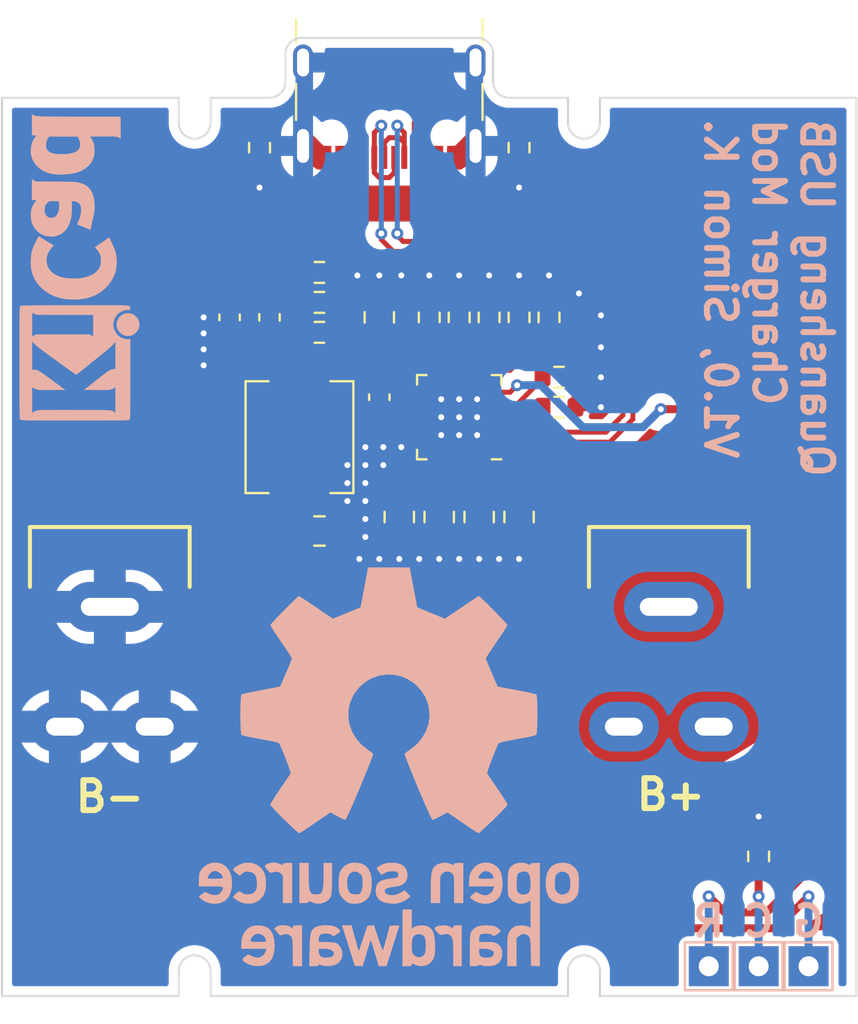
<source format=kicad_pcb>
(kicad_pcb (version 20211014) (generator pcbnew)
  (layers (0 "F.Cu" signal) (31 "B.Cu" signal) (34 "B.Paste" user) (35 "F.Paste" user) (36 "B.SilkS" user "B.Silkscreen") (37 "F.SilkS" user "F.Silkscreen") (38 "B.Mask" user) (39 "F.Mask" user) (44 "Edge.Cuts" user))
  (net 0 "")
  (net 4 "GND")
  (net 5 "/VBUS")
  (net 6 "Net-(C2-Pad1)")
  (net 7 "Net-(C4-Pad1)")
  (net 8 "Net-(J1-PadA5)")
  (net 9 "Net-(J1-PadA6)")
  (net 10 "Net-(J1-PadA7)")
  (net 12 "Net-(J1-PadB5)")
  (net 14 "Net-(R4-Pad2)")
  (net 15 "Net-(R5-Pad1)")
  (net 16 "Net-(R7-Pad2)")
  (net 17 "Net-(R8-Pad2)")
  (net 18 "Net-(R9-Pad2)")
  (net 19 "Net-(R10-Pad2)")
  (net 20 "Net-(R11-Pad1)")
  (net 21 "Net-(R12-Pad2)")
  (net 22 "/LED")
  (net 23 "/LX")
  (net 24 "/VSYS")
  (net 25 "/VOUT")
  (net 26 "/VUSB")
  (footprint "Capacitor_SMD:C_0805_2012Metric" (layer "F.Cu") (at 120 106 -90)
    (fp_text reference "C6" hide)
    (fp_text value "22u/25V" hide)
    (pad "1" smd roundrect (at -0.95 0 270) (size 1 1.45) (layers "F.Cu" "F.Paste" "F.Mask") (net 24 "/VSYS"))
    (pad "2" smd roundrect (at 0.95 0 270) (size 1 1.45) (layers "F.Cu" "F.Paste" "F.Mask") (net 4 "GND"))
  )
  (footprint "Resistor_SMD:R_0603_1608Metric" (layer "F.Cu") (at 126 87.5 -90)
    (fp_text reference "R2" hide)
    (fp_text value "5.1K" hide)
    (pad "1" smd roundrect (at -0.825 0 270) (size 0.8 0.95) (layers "F.Cu" "F.Paste" "F.Mask") (net 8 "Net-(J1-PadA5)"))
    (pad "2" smd roundrect (at 0.825 0 270) (size 0.8 0.95) (layers "F.Cu" "F.Paste" "F.Mask") (net 4 "GND"))
  )
  (footprint "Resistor_SMD:R_0603_1608Metric" (layer "F.Cu") (at 116 95.25)
    (fp_text reference "R13" hide)
    (fp_text value "1R")
    (pad "1" smd roundrect (at -0.825 0) (size 0.8 0.95) (layers "F.Cu" "F.Paste" "F.Mask") (net 5 "/VBUS"))
    (pad "2" smd roundrect (at 0.825 0) (size 0.8 0.95) (layers "F.Cu" "F.Paste" "F.Mask") (net 6 "Net-(C2-Pad1)"))
  )
  (footprint "Package_DFN_QFN:HVQFN-24-1EP_4x4mm_P0.5mm_EP2.5x2.5mm" (layer "F.Cu") (at 123 101 180)
    (fp_text reference "U1" hide)
    (fp_text value "IP2326" hide)
    (pad "1" smd roundrect (at -1.9375 -1.25 180) (size 0.875 0.25) (layers "F.Cu" "F.Paste" "F.Mask") (net 10 "Net-(J1-PadA7)"))
    (pad "2" smd roundrect (at -1.9375 -0.75 180) (size 0.875 0.25) (layers "F.Cu" "F.Paste" "F.Mask") (net 9 "Net-(J1-PadA6)"))
    (pad "3" smd roundrect (at -1.9375 -0.25 180) (size 0.875 0.25) (layers "F.Cu" "F.Paste" "F.Mask") (net 14 "Net-(R4-Pad2)"))
    (pad "4" smd roundrect (at -1.9375 0.25 180) (size 0.875 0.25) (layers "F.Cu" "F.Paste" "F.Mask") (net 20 "Net-(R11-Pad1)"))
    (pad "5" smd roundrect (at -1.9375 0.75 180) (size 0.875 0.25) (layers "F.Cu" "F.Paste" "F.Mask"))
    (pad "6" smd roundrect (at -1.9375 1.25 180) (size 0.875 0.25) (layers "F.Cu" "F.Paste" "F.Mask") (net 22 "/LED"))
    (pad "7" smd roundrect (at -1.25 1.9375 180) (size 0.25 0.875) (layers "F.Cu" "F.Paste" "F.Mask") (net 16 "Net-(R7-Pad2)"))
    (pad "8" smd roundrect (at -0.75 1.9375 180) (size 0.25 0.875) (layers "F.Cu" "F.Paste" "F.Mask") (net 17 "Net-(R8-Pad2)"))
    (pad "9" smd roundrect (at -0.25 1.9375 180) (size 0.25 0.875) (layers "F.Cu" "F.Paste" "F.Mask") (net 18 "Net-(R9-Pad2)"))
    (pad "10" smd roundrect (at 0.25 1.9375 180) (size 0.25 0.875) (layers "F.Cu" "F.Paste" "F.Mask") (net 19 "Net-(R10-Pad2)"))
    (pad "11" smd roundrect (at 0.75 1.9375 180) (size 0.25 0.875) (layers "F.Cu" "F.Paste" "F.Mask") (net 21 "Net-(R12-Pad2)"))
    (pad "12" smd roundrect (at 1.25 1.9375 180) (size 0.25 0.875) (layers "F.Cu" "F.Paste" "F.Mask") (net 6 "Net-(C2-Pad1)"))
    (pad "13" smd roundrect (at 1.9375 1.25 180) (size 0.875 0.25) (layers "F.Cu" "F.Paste" "F.Mask") (net 6 "Net-(C2-Pad1)"))
    (pad "14" smd roundrect (at 1.9375 0.75 180) (size 0.875 0.25) (layers "F.Cu" "F.Paste" "F.Mask") (net 7 "Net-(C4-Pad1)"))
    (pad "15" smd roundrect (at 1.9375 0.25 180) (size 0.875 0.25) (layers "F.Cu" "F.Paste" "F.Mask") (net 23 "/LX"))
    (pad "16" smd roundrect (at 1.9375 -0.25 180) (size 0.875 0.25) (layers "F.Cu" "F.Paste" "F.Mask") (net 23 "/LX"))
    (pad "17" smd roundrect (at 1.9375 -0.75 180) (size 0.875 0.25) (layers "F.Cu" "F.Paste" "F.Mask") (net 23 "/LX"))
    (pad "18" smd roundrect (at 1.9375 -1.25 180) (size 0.875 0.25) (layers "F.Cu" "F.Paste" "F.Mask") (net 4 "GND"))
    (pad "19" smd roundrect (at 1.25 -1.9375 180) (size 0.25 0.875) (layers "F.Cu" "F.Paste" "F.Mask") (net 24 "/VSYS"))
    (pad "20" smd roundrect (at 0.75 -1.9375 180) (size 0.25 0.875) (layers "F.Cu" "F.Paste" "F.Mask") (net 24 "/VSYS"))
    (pad "21" smd roundrect (at 0.25 -1.9375 180) (size 0.25 0.875) (layers "F.Cu" "F.Paste" "F.Mask") (net 25 "/VOUT"))
    (pad "22" smd roundrect (at -0.25 -1.9375 180) (size 0.25 0.875) (layers "F.Cu" "F.Paste" "F.Mask") (net 25 "/VOUT"))
    (pad "23" smd roundrect (at -0.75 -1.9375 180) (size 0.25 0.875) (layers "F.Cu" "F.Paste" "F.Mask"))
    (pad "24" smd roundrect (at -1.25 -1.9375 180) (size 0.25 0.875) (layers "F.Cu" "F.Paste" "F.Mask"))
    (pad "25" smd rect (at 0 0 180) (size 2.5 2.5) (layers "F.Cu" "F.Mask") (net 4 "GND"))
  )
  (footprint "Resistor_SMD:R_0603_1608Metric" (layer "F.Cu") (at 126 96 -90)
    (fp_text reference "R8" hide)
    (fp_text value "120K" hide)
    (pad "1" smd roundrect (at -0.825 0 270) (size 0.8 0.95) (layers "F.Cu" "F.Paste" "F.Mask") (net 4 "GND"))
    (pad "2" smd roundrect (at 0.825 0 270) (size 0.8 0.95) (layers "F.Cu" "F.Paste" "F.Mask") (net 17 "Net-(R8-Pad2)"))
  )
  (footprint "Resistor_SMD:R_0603_1608Metric" (layer "F.Cu") (at 138 123 90)
    (fp_text reference "R5" hide)
    (fp_text value "1K" hide)
    (pad "1" smd roundrect (at -0.825 0 90) (size 0.8 0.95) (layers "F.Cu" "F.Paste" "F.Mask") (net 15 "Net-(R5-Pad1)"))
    (pad "2" smd roundrect (at 0.825 0 90) (size 0.8 0.95) (layers "F.Cu" "F.Paste" "F.Mask") (net 4 "GND"))
  )
  (footprint "Resistor_SMD:R_0603_1608Metric" (layer "F.Cu") (at 116 93.75)
    (fp_text reference "R3" hide)
    (fp_text value "5.1K" hide)
    (pad "1" smd roundrect (at -0.825 0) (size 0.8 0.95) (layers "F.Cu" "F.Paste" "F.Mask") (net 5 "/VBUS"))
    (pad "2" smd roundrect (at 0.825 0) (size 0.8 0.95) (layers "F.Cu" "F.Paste" "F.Mask") (net 4 "GND"))
  )
  (footprint "Capacitor_SMD:C_0805_2012Metric" (layer "F.Cu") (at 119 96 90)
    (fp_text reference "C2" hide)
    (fp_text value "10u/25V" hide)
    (pad "1" smd roundrect (at -0.95 0 90) (size 1 1.45) (layers "F.Cu" "F.Paste" "F.Mask") (net 6 "Net-(C2-Pad1)"))
    (pad "2" smd roundrect (at 0.95 0 90) (size 1 1.45) (layers "F.Cu" "F.Paste" "F.Mask") (net 4 "GND"))
  )
  (footprint "Resistor_SMD:R_0603_1608Metric" (layer "F.Cu") (at 113 87.5 -90)
    (fp_text reference "R1" hide)
    (fp_text value "5.1K" hide)
    (pad "1" smd roundrect (at -0.825 0 270) (size 0.8 0.95) (layers "F.Cu" "F.Paste" "F.Mask") (net 12 "Net-(J1-PadB5)"))
    (pad "2" smd roundrect (at 0.825 0 270) (size 0.8 0.95) (layers "F.Cu" "F.Paste" "F.Mask") (net 4 "GND"))
  )
  (footprint "Inductor_SMD:L_0603_1608Metric" (layer "F.Cu") (at 113.5 96 -90)
    (fp_text reference "FB1" hide)
    (fp_text value "BLM18KG121TN1D" hide)
    (pad "1" smd roundrect (at -0.7875 0 270) (size 0.875 0.95) (layers "F.Cu" "F.Paste" "F.Mask") (net 26 "/VUSB"))
    (pad "2" smd roundrect (at 0.7875 0 270) (size 0.875 0.95) (layers "F.Cu" "F.Paste" "F.Mask") (net 5 "/VBUS"))
  )
  (footprint "Resistor_SMD:R_0603_1608Metric" (layer "F.Cu") (at 128 100.5 180)
    (fp_text reference "R4" hide)
    (fp_text value "NC" hide)
    (pad "1" smd roundrect (at -0.825 0 180) (size 0.8 0.95) (layers "F.Cu" "F.Paste" "F.Mask") (net 4 "GND"))
    (pad "2" smd roundrect (at 0.825 0 180) (size 0.8 0.95) (layers "F.Cu" "F.Paste" "F.Mask") (net 14 "Net-(R4-Pad2)"))
  )
  (footprint "Resistor_SMD:R_0603_1608Metric" (layer "F.Cu") (at 127.5 96 -90)
    (fp_text reference "R7" hide)
    (fp_text value "1K" hide)
    (pad "1" smd roundrect (at -0.825 0 270) (size 0.8 0.95) (layers "F.Cu" "F.Paste" "F.Mask") (net 4 "GND"))
    (pad "2" smd roundrect (at 0.825 0 270) (size 0.8 0.95) (layers "F.Cu" "F.Paste" "F.Mask") (net 16 "Net-(R7-Pad2)"))
  )
  (footprint "Project:SPRING-CONTACT" (layer "F.Cu") (at 105.5 110.5)
    (fp_text reference "TP2" hide)
    (fp_text value "BAT-" hide)
    (pad "1" thru_hole oval locked (at -2.25 6 90) (size 2.5 3.5) (drill oval 0.9 1.9) (layers *.Cu *.Mask) (net 4 "GND"))
    (pad "1" thru_hole oval locked (at 0 0 90) (size 2.5 4.5) (drill oval 0.9 2.9) (layers *.Cu *.Mask) (net 4 "GND"))
    (pad "1" thru_hole oval locked (at 2.25 6 90) (size 2.5 3.5) (drill oval 0.9 1.9) (layers *.Cu *.Mask) (net 4 "GND"))
  )
  (footprint "Inductor_SMD:L_Sunlord_MWSA0518_5.4x5.2mm" (layer "F.Cu") (at 115 102 90)
    (fp_text reference "L1" hide)
    (fp_text value "FXL0530-2R2-M" hide)
    (pad "1" smd rect (at -2.05 0 90) (size 1.9 2.5) (layers "F.Cu" "F.Paste" "F.Mask") (net 5 "/VBUS"))
    (pad "2" smd rect (at 2.05 0 90) (size 1.9 2.5) (layers "F.Cu" "F.Paste" "F.Mask") (net 23 "/LX"))
  )
  (footprint "Capacitor_SMD:C_0603_1608Metric" (layer "F.Cu") (at 111.5 96 90)
    (fp_text reference "C1" hide)
    (fp_text value "100n/25V" hide)
    (pad "1" smd roundrect (at -0.775 0 90) (size 0.9 0.95) (layers "F.Cu" "F.Paste" "F.Mask") (net 4 "GND"))
    (pad "2" smd roundrect (at 0.775 0 90) (size 0.9 0.95) (layers "F.Cu" "F.Paste" "F.Mask") (net 26 "/VUSB"))
  )
  (footprint "Capacitor_SMD:C_0805_2012Metric" (layer "F.Cu") (at 124 106 -90)
    (fp_text reference "C7" hide)
    (fp_text value "10u/25V" hide)
    (pad "1" smd roundrect (at -0.95 0 270) (size 1 1.45) (layers "F.Cu" "F.Paste" "F.Mask") (net 25 "/VOUT"))
    (pad "2" smd roundrect (at 0.95 0 270) (size 1 1.45) (layers "F.Cu" "F.Paste" "F.Mask") (net 4 "GND"))
  )
  (footprint "Project:USB_C_Receptacle_GCT_USB4105-xx-A_16P_TopMnt_Horizontal" (layer "F.Cu") (at 119.5 85.56 180)
    (fp_text reference "J1" hide)
    (fp_text value "USB_C_Receptacle_USB2.0" hide)
    (pad "" np_thru_hole circle locked (at 2.89 -1.355 180) (size 0.65 0.65) (drill 0.65) (layers F&B.Cu *.Mask))
    (pad "" np_thru_hole circle locked (at -2.89 -1.355 180) (size 0.65 0.65) (drill 0.65) (layers F&B.Cu *.Mask))
    (pad "A1" smd rect locked (at -3.2 -2.43 180) (size 0.6 1.15) (layers "F.Cu" "F.Paste" "F.Mask") (net 4 "GND"))
    (pad "A4" smd rect locked (at -2.4 -2.43 180) (size 0.6 1.15) (layers "F.Cu" "F.Paste" "F.Mask") (net 26 "/VUSB"))
    (pad "A5" smd rect locked (at -1.25 -2.43 180) (size 0.3 1.15) (layers "F.Cu" "F.Paste" "F.Mask") (net 8 "Net-(J1-PadA5)"))
    (pad "A6" smd rect locked (at -0.25 -2.43 180) (size 0.3 1.15) (layers "F.Cu" "F.Paste" "F.Mask") (net 9 "Net-(J1-PadA6)"))
    (pad "A7" smd rect locked (at 0.25 -2.43 180) (size 0.3 1.15) (layers "F.Cu" "F.Paste" "F.Mask") (net 10 "Net-(J1-PadA7)"))
    (pad "A8" smd rect locked (at 1.25 -2.43 180) (size 0.3 1.15) (layers "F.Cu" "F.Paste" "F.Mask"))
    (pad "A9" smd rect locked (at 2.4 -2.43 180) (size 0.6 1.15) (layers "F.Cu" "F.Paste" "F.Mask") (net 26 "/VUSB"))
    (pad "A12" smd rect locked (at 3.2 -2.43 180) (size 0.6 1.15) (layers "F.Cu" "F.Paste" "F.Mask") (net 4 "GND"))
    (pad "B1" smd rect locked (at 3.2 -2.43 180) (size 0.6 1.15) (layers "F.Cu" "F.Paste" "F.Mask") (net 4 "GND"))
    (pad "B4" smd rect locked (at 2.4 -2.43 180) (size 0.6 1.15) (layers "F.Cu" "F.Paste" "F.Mask") (net 26 "/VUSB"))
    (pad "B5" smd rect locked (at 1.75 -2.43 180) (size 0.3 1.15) (layers "F.Cu" "F.Paste" "F.Mask") (net 12 "Net-(J1-PadB5)"))
    (pad "B6" smd rect locked (at 0.75 -2.43 180) (size 0.3 1.15) (layers "F.Cu" "F.Paste" "F.Mask") (net 9 "Net-(J1-PadA6)"))
    (pad "B7" smd rect locked (at -0.75 -2.43 180) (size 0.3 1.15) (layers "F.Cu" "F.Paste" "F.Mask") (net 10 "Net-(J1-PadA7)"))
    (pad "B8" smd rect locked (at -1.75 -2.43 180) (size 0.3 1.15) (layers "F.Cu" "F.Paste" "F.Mask"))
    (pad "B9" smd rect locked (at -2.4 -2.43 180) (size 0.6 1.15) (layers "F.Cu" "F.Paste" "F.Mask") (net 26 "/VUSB"))
    (pad "B12" smd rect locked (at -3.2 -2.43 180) (size 0.6 1.15) (layers "F.Cu" "F.Paste" "F.Mask") (net 4 "GND"))
    (pad "S1" thru_hole oval locked (at -4.32 2.325 180) (size 1 1.8) (drill oval 0.6 1.4) (layers *.Cu *.Mask) (net 4 "GND"))
    (pad "S1" thru_hole oval locked (at 4.32 -1.855 180) (size 1 2.1) (drill oval 0.6 1.7) (layers *.Cu *.Mask) (net 4 "GND"))
    (pad "S1" thru_hole oval locked (at -4.32 -1.855 180) (size 1 2.1) (drill oval 0.6 1.7) (layers *.Cu *.Mask) (net 4 "GND"))
    (pad "S1" thru_hole oval locked (at 4.32 2.325 180) (size 1 1.8) (drill oval 0.6 1.4) (layers *.Cu *.Mask) (net 4 "GND"))
  )
  (footprint "Resistor_SMD:R_0603_1608Metric" (layer "F.Cu") (at 116 96.75)
    (fp_text reference "R6" hide)
    (fp_text value "1R" hide)
    (pad "1" smd roundrect (at -0.825 0) (size 0.8 0.95) (layers "F.Cu" "F.Paste" "F.Mask") (net 5 "/VBUS"))
    (pad "2" smd roundrect (at 0.825 0) (size 0.8 0.95) (layers "F.Cu" "F.Paste" "F.Mask") (net 6 "Net-(C2-Pad1)"))
  )
  (footprint "Resistor_SMD:R_0603_1608Metric" (layer "F.Cu") (at 121.5 96 -90)
    (fp_text reference "R12" hide)
    (fp_text value "120K" hide)
    (pad "1" smd roundrect (at -0.825 0 270) (size 0.8 0.95) (layers "F.Cu" "F.Paste" "F.Mask") (net 4 "GND"))
    (pad "2" smd roundrect (at 0.825 0 270) (size 0.8 0.95) (layers "F.Cu" "F.Paste" "F.Mask") (net 21 "Net-(R12-Pad2)"))
  )
  (footprint "Resistor_SMD:R_0603_1608Metric" (layer "F.Cu") (at 124.5 96 -90)
    (fp_text reference "R9" hide)
    (fp_text value "120K" hide)
    (pad "1" smd roundrect (at -0.825 0 270) (size 0.8 0.95) (layers "F.Cu" "F.Paste" "F.Mask") (net 4 "GND"))
    (pad "2" smd roundrect (at 0.825 0 270) (size 0.8 0.95) (layers "F.Cu" "F.Paste" "F.Mask") (net 18 "Net-(R9-Pad2)"))
  )
  (footprint "Resistor_SMD:R_0603_1608Metric" (layer "F.Cu") (at 128 99)
    (fp_text reference "R11" hide)
    (fp_text value "51K" hide)
    (pad "1" smd roundrect (at -0.825 0) (size 0.8 0.95) (layers "F.Cu" "F.Paste" "F.Mask") (net 20 "Net-(R11-Pad1)"))
    (pad "2" smd roundrect (at 0.825 0) (size 0.8 0.95) (layers "F.Cu" "F.Paste" "F.Mask") (net 4 "GND"))
  )
  (footprint "Capacitor_SMD:C_0603_1608Metric" (layer "F.Cu") (at 119 100 -90)
    (fp_text reference "C4" hide)
    (fp_text value "100n/25V" hide)
    (pad "1" smd roundrect (at -0.775 0 270) (size 0.9 0.95) (layers "F.Cu" "F.Paste" "F.Mask") (net 7 "Net-(C4-Pad1)"))
    (pad "2" smd roundrect (at 0.775 0 270) (size 0.9 0.95) (layers "F.Cu" "F.Paste" "F.Mask") (net 23 "/LX"))
  )
  (footprint "Project:SPRING-CONTACT" (layer "F.Cu") (at 133.5 110.5)
    (fp_text reference "TP1" hide)
    (fp_text value "BAT+" hide)
    (pad "1" thru_hole oval locked (at -2.25 6 90) (size 2.5 3.5) (drill oval 0.9 1.9) (layers *.Cu *.Mask) (net 25 "/VOUT"))
    (pad "1" thru_hole oval locked (at 2.25 6 90) (size 2.5 3.5) (drill oval 0.9 1.9) (layers *.Cu *.Mask) (net 25 "/VOUT"))
    (pad "1" thru_hole oval locked (at 0 0 90) (size 2.5 4.5) (drill oval 0.9 2.9) (layers *.Cu *.Mask) (net 25 "/VOUT"))
  )
  (footprint "Capacitor_SMD:C_0805_2012Metric" (layer "F.Cu") (at 122 106 -90)
    (fp_text reference "C5" hide)
    (fp_text value "22u/25V" hide)
    (pad "1" smd roundrect (at -0.95 0 270) (size 1 1.45) (layers "F.Cu" "F.Paste" "F.Mask") (net 24 "/VSYS"))
    (pad "2" smd roundrect (at 0.95 0 270) (size 1 1.45) (layers "F.Cu" "F.Paste" "F.Mask") (net 4 "GND"))
  )
  (footprint "Capacitor_SMD:C_0805_2012Metric" (layer "F.Cu") (at 126 106 -90)
    (fp_text reference "C8" hide)
    (fp_text value "10u/25V" hide)
    (pad "1" smd roundrect (at -0.95 0 270) (size 1 1.45) (layers "F.Cu" "F.Paste" "F.Mask") (net 25 "/VOUT"))
    (pad "2" smd roundrect (at 0.95 0 270) (size 1 1.45) (layers "F.Cu" "F.Paste" "F.Mask") (net 4 "GND"))
  )
  (footprint "Capacitor_SMD:C_0805_2012Metric" (layer "F.Cu") (at 116 106.7)
    (fp_text reference "C3" hide)
    (fp_text value "10u/25V" hide)
    (pad "1" smd roundrect (at -0.95 0) (size 1 1.45) (layers "F.Cu" "F.Paste" "F.Mask") (net 5 "/VBUS"))
    (pad "2" smd roundrect (at 0.95 0) (size 1 1.45) (layers "F.Cu" "F.Paste" "F.Mask") (net 4 "GND"))
  )
  (footprint "Resistor_SMD:R_0603_1608Metric" (layer "F.Cu") (at 123 96 -90)
    (fp_text reference "R10" hide)
    (fp_text value "NC" hide)
    (pad "1" smd roundrect (at -0.825 0 270) (size 0.8 0.95) (layers "F.Cu" "F.Paste" "F.Mask") (net 4 "GND"))
    (pad "2" smd roundrect (at 0.825 0 270) (size 0.8 0.95) (layers "F.Cu" "F.Paste" "F.Mask") (net 19 "Net-(R10-Pad2)"))
  )
  (footprint "TestPoint:TestPoint_THTPad_2.0x2.0mm_Drill1.0mm" (layer "B.Cu") (at 140.5 128.5 180)
    (fp_text reference "TP3" hide)
    (fp_text value "LEDG")
    (pad "1" thru_hole rect locked (at 0 0 180) (size 2 2) (drill 1) (layers *.Cu *.Mask) (net 5 "/VBUS"))
  )
  (footprint "Symbol:KiCad-Logo_6mm_SilkScreen" (layer "B.Cu") (at 104 93.5 90)
    (fp_text reference "REF**" hide)
    (fp_text value "KiCad-Logo_6mm_SilkScreen" hide)
  )
  (footprint "Symbol:OSHW-Logo_19x20mm_SilkScreen" (layer "B.Cu") (at 119.5 118.5 180)
    (fp_text reference "REF**" hide)
    (fp_text value "OSHW-Logo_19x20mm_SilkScreen" hide)
  )
  (footprint "TestPoint:TestPoint_THTPad_2.0x2.0mm_Drill1.0mm" (layer "B.Cu") (at 138 128.5 180)
    (fp_text reference "TP4" hide)
    (fp_text value "LEDCOM")
    (pad "1" thru_hole rect locked (at 0 0 180) (size 2 2) (drill 1) (layers *.Cu *.Mask) (net 15 "Net-(R5-Pad1)"))
  )
  (footprint "TestPoint:TestPoint_THTPad_2.0x2.0mm_Drill1.0mm" (layer "B.Cu") (at 135.5 128.5 180)
    (fp_text reference "TP5" hide)
    (fp_text value "LEDR")
    (pad "1" thru_hole rect locked (at 0 0 180) (size 2 2) (drill 1) (layers *.Cu *.Mask) (net 22 "/LED"))
  )
  (gr_line (start 100.1 85) (end 108.95 85) (layer "Edge.Cuts") (width 0.1))
  (gr_arc (start 123.9 82) (mid 124.465685 82.234315) (end 124.7 82.8) (layer "Edge.Cuts") (width 0.1))
  (gr_line (start 110.55 128.75) (end 110.55 130) (layer "Edge.Cuts") (width 0.1))
  (gr_line (start 142.9 130) (end 142.9 85) (layer "Edge.Cuts") (width 0.1))
  (gr_line (start 113.5 85) (end 110.55 85) (layer "Edge.Cuts") (width 0.1))
  (gr_arc (start 114.3 82.8) (mid 114.534315 82.234315) (end 115.1 82) (layer "Edge.Cuts") (width 0.1))
  (gr_line (start 142.9 85) (end 130.05 85) (layer "Edge.Cuts") (width 0.1))
  (gr_line (start 124.7 82.8) (end 124.7 84.2) (layer "Edge.Cuts") (width 0.1))
  (gr_line (start 130.05 85) (end 130.05 86.25) (layer "Edge.Cuts") (width 0.1))
  (gr_arc (start 125.5 85) (mid 124.934315 84.765685) (end 124.7 84.2) (layer "Edge.Cuts") (width 0.1))
  (gr_arc (start 108.95 128.75) (mid 109.75 127.95) (end 110.55 128.75) (layer "Edge.Cuts") (width 0.1))
  (gr_line (start 130.05 130) (end 142.9 130) (layer "Edge.Cuts") (width 0.1))
  (gr_line (start 128.45 86.25) (end 128.45 85) (layer "Edge.Cuts") (width 0.1))
  (gr_line (start 110.55 130) (end 128.45 130) (layer "Edge.Cuts") (width 0.1))
  (gr_line (start 100.1 85) (end 100.1 130) (layer "Edge.Cuts") (width 0.1))
  (gr_line (start 100.1 130) (end 108.95 130) (layer "Edge.Cuts") (width 0.1))
  (gr_line (start 108.95 130) (end 108.95 128.75) (layer "Edge.Cuts") (width 0.1))
  (gr_arc (start 130.05 86.25) (mid 129.25 87.05) (end 128.45 86.25) (layer "Edge.Cuts") (width 0.1))
  (gr_line (start 130.05 128.75) (end 130.05 130) (layer "Edge.Cuts") (width 0.1))
  (gr_line (start 110.55 85) (end 110.55 86.25) (layer "Edge.Cuts") (width 0.1))
  (gr_line (start 128.45 130) (end 128.45 128.75) (layer "Edge.Cuts") (width 0.1))
  (gr_line (start 108.95 86.25) (end 108.95 85) (layer "Edge.Cuts") (width 0.1))
  (gr_arc (start 114.3 84.2) (mid 114.065685 84.765685) (end 113.5 85) (layer "Edge.Cuts") (width 0.1))
  (gr_line (start 114.3 84.2) (end 114.3 82.8) (layer "Edge.Cuts") (width 0.1))
  (gr_arc (start 110.55 86.25) (mid 109.75 87.05) (end 108.95 86.25) (layer "Edge.Cuts") (width 0.1))
  (gr_line (start 128.45 85) (end 125.5 85) (layer "Edge.Cuts") (width 0.1))
  (gr_line (start 115.1 82) (end 123.9 82) (layer "Edge.Cuts") (width 0.1))
  (gr_arc (start 128.45 128.75) (mid 129.25 127.95) (end 130.05 128.75) (layer "Edge.Cuts") (width 0.1))
  (gr_text "R" (at 135.5 126.25) (layer "B.SilkS") (effects (font (size 1.5 1.5) (thickness 0.3)) (justify mirror)))
  (gr_text "Quansheng USB\nCharger Mod\nV1.0, Simon K." (at 138.5 85.9 270) (layer "B.SilkS") (effects (font (size 1.5 1.5) (thickness 0.3)) (justify right mirror)))
  (gr_text "C" (at 138 126.25) (layer "B.SilkS") (effects (font (size 1.5 1.5) (thickness 0.3)) (justify mirror)))
  (gr_text "G" (at 140.5 126.25) (layer "B.SilkS") (effects (font (size 1.5 1.5) (thickness 0.3)) (justify mirror)))
  (gr_text "B-" (at 105.5 120) (layer "F.SilkS") (effects (font (size 1.5 1.5) (thickness 0.3))))
  (gr_text "B+" (at 133.6 119.9) (layer "F.SilkS") (effects (font (size 1.5 1.5) (thickness 0.3))))
  (segment (start 123 101) (end 123.9 101.9) (width 0.25) (layer "F.Cu") (net 4))
  (segment (start 126 88.325) (end 126 89.5) (width 0.25) (layer "F.Cu") (net 4))
  (segment (start 113 88.325) (end 113 89.5) (width 0.25) (layer "F.Cu") (net 4))
  (segment (start 138 122.175) (end 138 121) (width 0.4) (layer "F.Cu") (net 4))
  (via (at 123 108.1) (size 0.6) (drill 0.3) (layers "F.Cu" "B.Cu") (net 4))
  (via (at 122.1 100.1) (size 0.6) (drill 0.3) (layers "F.Cu" "B.Cu") (net 4))
  (via (at 119.2 103.4) (size 0.6) (drill 0.3) (layers "F.Cu" "B.Cu") (net 4))
  (via (at 123 100.1) (size 0.6) (drill 0.3) (layers "F.Cu" "B.Cu") (net 4))
  (via (at 119 93.9) (size 0.6) (drill 0.3) (layers "F.Cu" "B.Cu") (net 4))
  (via (at 127.5 93.9) (size 0.6) (drill 0.3) (layers "F.Cu" "B.Cu") (net 4))
  (via (at 122 108.1) (size 0.6) (drill 0.3) (layers "F.Cu" "B.Cu") (net 4))
  (via (at 123 101.9) (size 0.6) (drill 0.3) (layers "F.Cu" "B.Cu") (net 4))
  (via (at 118.3 104.3) (size 0.6) (drill 0.3) (layers "F.Cu" "B.Cu") (net 4))
  (via (at 122.1 101.9) (size 0.6) (drill 0.3) (layers "F.Cu" "B.Cu") (net 4))
  (via (at 123 93.9) (size 0.6) (drill 0.3) (layers "F.Cu" "B.Cu") (net 4))
  (via (at 119.2 102.5) (size 0.6) (drill 0.3) (layers "F.Cu" "B.Cu") (net 4))
  (via (at 138 121) (size 0.6) (drill 0.3) (layers "F.Cu" "B.Cu") (net 4))
  (via (at 110.2 98.4) (size 0.6) (drill 0.3) (layers "F.Cu" "B.Cu") (net 4))
  (via (at 130.1 95.9) (size 0.6) (drill 0.3) (layers "F.Cu" "B.Cu") (net 4))
  (via (at 123.9 100.1) (size 0.6) (drill 0.3) (layers "F.Cu" "B.Cu") (net 4))
  (via (at 124.5 93.9) (size 0.6) (drill 0.3) (layers "F.Cu" "B.Cu") (net 4))
  (via (at 118.3 105.2) (size 0.6) (drill 0.3) (layers "F.Cu" "B.Cu") (net 4))
  (via (at 118.3 103.4) (size 0.6) (drill 0.3) (layers "F.Cu" "B.Cu") (net 4))
  (via (at 121 108.1) (size 0.6) (drill 0.3) (layers "F.Cu" "B.Cu") (net 4))
  (via (at 122.1 101) (size 0.6) (drill 0.3) (layers "F.Cu" "B.Cu") (net 4))
  (via (at 126 89.5) (size 0.6) (drill 0.3) (layers "F.Cu" "B.Cu") (net 4))
  (via (at 113 89.5) (size 0.6) (drill 0.3) (layers "F.Cu" "B.Cu") (net 4))
  (via (at 121.5 93.9) (size 0.6) (drill 0.3) (layers "F.Cu" "B.Cu") (net 4))
  (via (at 117.4 103.4) (size 0.6) (drill 0.3) (layers "F.Cu" "B.Cu") (net 4))
  (via (at 129 94.8) (size 0.6) (drill 0.3) (layers "F.Cu" "B.Cu") (net 4))
  (via (at 130.1 99) (size 0.6) (drill 0.3) (layers "F.Cu" "B.Cu") (net 4))
  (via (at 126 93.9) (size 0.6) (drill 0.3) (layers "F.Cu" "B.Cu") (net 4))
  (via (at 120.1 93.9) (size 0.6) (drill 0.3) (layers "F.Cu" "B.Cu") (net 4))
  (via (at 110.2 96.8) (size 0.6) (drill 0.3) (layers "F.Cu" "B.Cu") (net 4))
  (via (at 130.1 97.5) (size 0.6) (drill 0.3) (layers "F.Cu" "B.Cu") (net 4))
  (via (at 117.4 104.3) (size 0.6) (drill 0.3) (layers "F.Cu" "B.Cu") (net 4))
  (via (at 123.9 101.9) (size 0.6) (drill 0.3) (layers "F.Cu" "B.Cu") (net 4))
  (via (at 125 108.1) (size 0.6) (drill 0.3) (layers "F.Cu" "B.Cu") (net 4))
  (via (at 123.9 101) (size 0.6) (drill 0.3) (layers "F.Cu" "B.Cu") (net 4))
  (via (at 120.1 102.5) (size 0.6) (drill 0.3) (layers "F.Cu" "B.Cu") (net 4))
  (via (at 118.3 102.5) (size 0.6) (drill 0.3) (layers "F.Cu" "B.Cu") (net 4))
  (via (at 120 108.1) (size 0.6) (drill 0.3) (layers "F.Cu" "B.Cu") (net 4))
  (via (at 119 108.1) (size 0.6) (drill 0.3) (layers "F.Cu" "B.Cu") (net 4))
  (via (at 126 108.1) (size 0.6) (drill 0.3) (layers "F.Cu" "B.Cu") (net 4))
  (via (at 117.9 93.9) (size 0.6) (drill 0.3) (layers "F.Cu" "B.Cu") (net 4))
  (via (at 123 101) (size 0.6) (drill 0.3) (layers "F.Cu" "B.Cu") (net 4))
  (via (at 118.3 106.1) (size 0.6) (drill 0.3) (layers "F.Cu" "B.Cu") (net 4))
  (via (at 118 108.1) (size 0.6) (drill 0.3) (layers "F.Cu" "B.Cu") (net 4))
  (via (at 117.4 105.2) (size 0.6) (drill 0.3) (layers "F.Cu" "B.Cu") (net 4))
  (via (at 110.2 97.6) (size 0.6) (drill 0.3) (layers "F.Cu" "B.Cu") (net 4))
  (via (at 110.2 96) (size 0.6) (drill 0.3) (layers "F.Cu" "B.Cu") (net 4))
  (via (at 118.3 107) (size 0.6) (drill 0.3) (layers "F.Cu" "B.Cu") (net 4))
  (via (at 130.1 100.5) (size 0.6) (drill 0.3) (layers "F.Cu" "B.Cu") (net 4))
  (via (at 124 108.1) (size 0.6) (drill 0.3) (layers "F.Cu" "B.Cu") (net 4))
  (segment (start 113.5375 96.75) (end 113.5 96.7875) (width 0.4) (layer "F.Cu") (net 5))
  (segment (start 133.5 126.6) (end 115.05 108.15) (width 0.4) (layer "F.Cu") (net 5))
  (segment (start 140.5 125) (end 138.9 126.6) (width 0.4) (layer "F.Cu") (net 5))
  (segment (start 115.05 108.15) (end 115.05 106.7) (width 0.4) (layer "F.Cu") (net 5))
  (segment (start 133.5 126.6) (end 138.9 126.6) (width 0.4) (layer "F.Cu") (net 5))
  (segment (start 115.175 97) (end 115.175 95) (width 0.4) (layer "F.Cu") (net 5))
  (segment (start 115.175 95.25) (end 115.175 93.75) (width 0.4) (layer "F.Cu") (net 5))
  (segment (start 115.175 96.75) (end 113.5375 96.75) (width 0.4) (layer "F.Cu") (net 5))
  (via (at 140.5 125) (size 0.6) (drill 0.3) (layers "F.Cu" "B.Cu") (net 5))
  (segment (start 140.5 128.5) (end 140.5 125) (width 0.4) (layer "B.Cu") (net 5))
  (segment (start 117.55 96.75) (end 117.75 96.95) (width 0.4) (layer "F.Cu") (net 6))
  (segment (start 121.0625 99.75) (end 121.06202 99.75048) (width 0.25) (layer "F.Cu") (net 6))
  (segment (start 121.06202 99.75048) (end 120.713869 99.75048) (width 0.25) (layer "F.Cu") (net 6))
  (segment (start 120.713869 99.75048) (end 120.2 99.236611) (width 0.25) (layer "F.Cu") (net 6))
  (segment (start 119 97.6) (end 119 96.95) (width 0.25) (layer "F.Cu") (net 6))
  (segment (start 121.75 98.45) (end 121.3 98) (width 0.25) (layer "F.Cu") (net 6))
  (segment (start 121.3 98) (end 120.2 98) (width 0.25) (layer "F.Cu") (net 6))
  (segment (start 120.2 98) (end 119.4 98) (width 0.25) (layer "F.Cu") (net 6))
  (segment (start 120.2 99.236611) (end 120.2 98) (width 0.25) (layer "F.Cu") (net 6))
  (segment (start 116.825 96.75) (end 117.55 96.75) (width 0.4) (layer "F.Cu") (net 6))
  (segment (start 121.75 99.0625) (end 121.75 98.45) (width 0.25) (layer "F.Cu") (net 6))
  (segment (start 117.75 96.95) (end 119 96.95) (width 0.4) (layer "F.Cu") (net 6))
  (segment (start 119.4 98) (end 119 97.6) (width 0.25) (layer "F.Cu") (net 6))
  (segment (start 116.825 95.25) (end 116.825 96.75) (width 0.4) (layer "F.Cu") (net 6))
  (segment (start 121.0625 100.25) (end 120.506961 100.25) (width 0.25) (layer "F.Cu") (net 7))
  (segment (start 120.506961 100.25) (end 119.481961 99.225) (width 0.25) (layer "F.Cu") (net 7))
  (segment (start 119.481961 99.225) (end 119 99.225) (width 0.25) (layer "F.Cu") (net 7))
  (segment (start 125.75 85.75) (end 126 86) (width 0.25) (layer "F.Cu") (net 8))
  (segment (start 121.25 85.75) (end 125.75 85.75) (width 0.25) (layer "F.Cu") (net 8))
  (segment (start 126 86) (end 126 86.675) (width 0.25) (layer "F.Cu") (net 8))
  (segment (start 120.75 87.99) (end 120.75 86.25) (width 0.25) (layer "F.Cu") (net 8))
  (segment (start 120.75 86.25) (end 121.25 85.75) (width 0.25) (layer "F.Cu") (net 8))
  (segment (start 119.7 92.7) (end 119.1 92.1) (width 0.25) (layer "F.Cu") (net 9))
  (segment (start 131.2 100.9) (end 131.2 95.2) (width 0.25) (layer "F.Cu") (net 9))
  (segment (start 118.75 86.75) (end 118.75 87.99) (width 0.25) (layer "F.Cu") (net 9))
  (segment (start 119.5 89) (end 119 89) (width 0.25) (layer "F.Cu") (net 9))
  (segment (start 128.7 92.7) (end 119.7 92.7) (width 0.25) (layer "F.Cu") (net 9))
  (segment (start 119 89) (end 118.75 88.75) (width 0.25) (layer "F.Cu") (net 9))
  (segment (start 131.2 95.2) (end 128.7 92.7) (width 0.25) (layer "F.Cu") (net 9))
  (segment (start 118.75 88.75) (end 118.75 87.99) (width 0.25) (layer "F.Cu") (net 9))
  (segment (start 119.1 86.4) (end 118.75 86.75) (width 0.25) (layer "F.Cu") (net 9))
  (segment (start 130.35 101.75) (end 131.2 100.9) (width 0.25) (layer "F.Cu") (net 9))
  (segment (start 119.75 88.75) (end 119.5 89) (width 0.25) (layer "F.Cu") (net 9))
  (segment (start 119.1 92.1) (end 119.1 91.8) (width 0.25) (layer "F.Cu") (net 9))
  (segment (start 124.9375 101.75) (end 130.35 101.75) (width 0.25) (layer "F.Cu") (net 9))
  (segment (start 119.75 87.99) (end 119.75 88.75) (width 0.25) (layer "F.Cu") (net 9))
  (via (at 119.1 86.4) (size 0.6) (drill 0.3) (layers "F.Cu" "B.Cu") (net 9))
  (via (at 119.1 91.8) (size 0.6) (drill 0.3) (layers "F.Cu" "B.Cu") (net 9))
  (segment (start 119.1 91.8) (end 119.1 86.4) (width 0.25) (layer "B.Cu") (net 9))
  (segment (start 130.55 102.25) (end 124.9375 102.25) (width 0.25) (layer "F.Cu") (net 10))
  (segment (start 119.25 87.25) (end 119.5 87) (width 0.25) (layer "F.Cu") (net 10))
  (segment (start 131.7 95) (end 131.7 101.1) (width 0.25) (layer "F.Cu") (net 10))
  (segment (start 119.9 91.9) (end 120.2 92.2) (width 0.25) (layer "F.Cu") (net 10))
  (segment (start 119.25 87.99) (end 119.25 87.25) (width 0.25) (layer "F.Cu") (net 10))
  (segment (start 119.5 87) (end 120 87) (width 0.25) (layer "F.Cu") (net 10))
  (segment (start 119.9 86.4) (end 120.25 86.75) (width 0.25) (layer "F.Cu") (net 10))
  (segment (start 119.9 91.8) (end 119.9 91.9) (width 0.25) (layer "F.Cu") (net 10))
  (segment (start 120.2 92.2) (end 128.9 92.2) (width 0.25) (layer "F.Cu") (net 10))
  (segment (start 120.25 87.25) (end 120.25 87.99) (width 0.25) (layer "F.Cu") (net 10))
  (segment (start 131.7 101.1) (end 130.55 102.25) (width 0.25) (layer "F.Cu") (net 10))
  (segment (start 120.25 86.75) (end 120.25 87.25) (width 0.25) (layer "F.Cu") (net 10))
  (segment (start 128.9 92.2) (end 131.7 95) (width 0.25) (layer "F.Cu") (net 10))
  (segment (start 120 87) (end 120.25 87.25) (width 0.25) (layer "F.Cu") (net 10))
  (via (at 119.9 91.8) (size 0.6) (drill 0.3) (layers "F.Cu" "B.Cu") (net 10))
  (via (at 119.9 86.4) (size 0.6) (drill 0.3) (layers "F.Cu" "B.Cu") (net 10))
  (segment (start 119.9 91.8) (end 119.9 86.4) (width 0.25) (layer "B.Cu") (net 10))
  (segment (start 113.25 85.75) (end 113 86) (width 0.25) (layer "F.Cu") (net 12))
  (segment (start 113 86) (end 113 86.675) (width 0.25) (layer "F.Cu") (net 12))
  (segment (start 117.75 86.25) (end 117.25 85.75) (width 0.25) (layer "F.Cu") (net 12))
  (segment (start 117.25 85.75) (end 113.25 85.75) (width 0.25) (layer "F.Cu") (net 12))
  (segment (start 117.75 87.99) (end 117.75 86.25) (width 0.25) (layer "F.Cu") (net 12))
  (segment (start 124.9375 101.25) (end 125.710332 101.25) (width 0.25) (layer "F.Cu") (net 14))
  (segment (start 126.460331 100.5) (end 127.175 100.5) (width 0.25) (layer "F.Cu") (net 14))
  (segment (start 125.710332 101.25) (end 126.460331 100.5) (width 0.25) (layer "F.Cu") (net 14))
  (segment (start 138 123.825) (end 138 125) (width 0.4) (layer "F.Cu") (net 15))
  (via (at 138 125) (size 0.6) (drill 0.3) (layers "F.Cu" "B.Cu") (net 15))
  (segment (start 138 128.5) (end 138 125) (width 0.4) (layer "B.Cu") (net 15))
  (segment (start 125.55048 98.64952) (end 126.3 97.9) (width 0.25) (layer "F.Cu") (net 16))
  (segment (start 127 97.9) (end 127.5 97.4) (width 0.25) (layer "F.Cu") (net 16))
  (segment (start 126.3 97.9) (end 127 97.9) (width 0.25) (layer "F.Cu") (net 16))
  (segment (start 124.25 99.0625) (end 124.25 98.64952) (width 0.25) (layer "F.Cu") (net 16))
  (segment (start 127.5 97.4) (end 127.5 96.825) (width 0.25) (layer "F.Cu") (net 16))
  (segment (start 124.25 98.64952) (end 125.55048 98.64952) (width 0.25) (layer "F.Cu") (net 16))
  (segment (start 123.9 98.2) (end 125.2 98.2) (width 0.25) (layer "F.Cu") (net 17))
  (segment (start 123.75 98.35) (end 123.9 98.2) (width 0.25) (layer "F.Cu") (net 17))
  (segment (start 123.75 99.0625) (end 123.75 98.35) (width 0.25) (layer "F.Cu") (net 17))
  (segment (start 125.2 98.2) (end 126 97.4) (width 0.25) (layer "F.Cu") (net 17))
  (segment (start 126 97.4) (end 126 96.825) (width 0.25) (layer "F.Cu") (net 17))
  (segment (start 124.2 97.7) (end 124.5 97.4) (width 0.25) (layer "F.Cu") (net 18))
  (segment (start 123.6 97.7) (end 124.2 97.7) (width 0.25) (layer "F.Cu") (net 18))
  (segment (start 124.5 97.4) (end 124.5 96.825) (width 0.25) (layer "F.Cu") (net 18))
  (segment (start 123.25 98.05) (end 123.6 97.7) (width 0.25) (layer "F.Cu") (net 18))
  (segment (start 123.25 99.0625) (end 123.25 98.05) (width 0.25) (layer "F.Cu") (net 18))
  (segment (start 122.75 97.75) (end 123 97.5) (width 0.25) (layer "F.Cu") (net 19))
  (segment (start 122.75 99.0625) (end 122.75 97.75) (width 0.25) (layer "F.Cu") (net 19))
  (segment (start 123 97.5) (end 123 96.825) (width 0.25) (layer "F.Cu") (net 19))
  (segment (start 125.503904 100.75) (end 127.175 99.078904) (width 0.25) (layer "F.Cu") (net 20))
  (segment (start 124.9375 100.75) (end 125.503904 100.75) (width 0.25) (layer "F.Cu") (net 20))
  (segment (start 127.175 99.078904) (end 127.175 99) (width 0.25) (layer "F.Cu") (net 20))
  (segment (start 121.5 97.4) (end 121.5 96.825) (width 0.25) (layer "F.Cu") (net 21))
  (segment (start 122.25 98.15) (end 121.5 97.4) (width 0.25) (layer "F.Cu") (net 21))
  (segment (start 122.25 99.0625) (end 122.25 98.15) (width 0.25) (layer "F.Cu") (net 21))
  (segment (start 136.3 125.8) (end 135.5 125) (width 0.4) (layer "F.Cu") (net 22))
  (segment (start 136.8 100.6) (end 141.3 105.1) (width 0.4) (layer "F.Cu") (net 22))
  (segment (start 138.4 125.8) (end 136.3 125.8) (width 0.4) (layer "F.Cu") (net 22))
  (segment (start 133.1 100.6) (end 136.8 100.6) (width 0.4) (layer "F.Cu") (net 22))
  (segment (start 141.3 105.1) (end 141.3 122.9) (width 0.4) (layer "F.Cu") (net 22))
  (segment (start 125.55 99.75) (end 124.9375 99.75) (width 0.25) (layer "F.Cu") (net 22))
  (segment (start 141.3 122.9) (end 138.4 125.8) (width 0.4) (layer "F.Cu") (net 22))
  (segment (start 125.9 99.4) (end 125.55 99.75) (width 0.25) (layer "F.Cu") (net 22))
  (via (at 135.5 125) (size 0.6) (drill 0.3) (layers "F.Cu" "B.Cu") (net 22))
  (via (at 133.1 100.6) (size 0.6) (drill 0.3) (layers "F.Cu" "B.Cu") (net 22))
  (via (at 125.9 99.4) (size 0.6) (drill 0.3) (layers "F.Cu" "B.Cu") (net 22))
  (segment (start 127.1 99.4) (end 125.9 99.4) (width 0.4) (layer "B.Cu") (net 22))
  (segment (start 129.2 101.5) (end 127.1 99.4) (width 0.4) (layer "B.Cu") (net 22))
  (segment (start 135.5 125) (end 135.5 128.5) (width 0.4) (layer "B.Cu") (net 22))
  (segment (start 133.1 100.6) (end 132.2 101.5) (width 0.4) (layer "B.Cu") (net 22))
  (segment (start 132.2 101.5) (end 129.2 101.5) (width 0.4) (layer "B.Cu") (net 22))
  (segment (start 121.9 87.99) (end 121.9 90) (width 0.5) (layer "F.Cu") (net 26))
  (segment (start 117.1 87.99) (end 117.1 90) (width 0.5) (layer "F.Cu") (net 26))
  (zone (net 4) (net_name "GND") (layer "F.Cu") (priority 5) (connect_pads yes (clearance 0.25)) (min_thickness 0.25) (fill yes (thermal_gap 0.508) (thermal_bridge_width 0.508))
    (polygon (pts (xy 121.4 102.375) (xy 120.725 102.375) (xy 118.7 104.4) (xy 118.7 105.7) (xy 119.2 106.2) (xy 126.7 106.2) (xy 127 106.5) (xy 127 108) (xy 126.4 108.5) (xy 117.3 108.5) (xy 116.5 107.7) (xy 116.2 107.4) (xy 116.2 106) (xy 117 105.2) (xy 117 102.9) (xy 117.775 102.125) (xy 121.4 102.125)))
  )
  (zone (net 4) (net_name "GND") (layer "F.Cu") (connect_pads yes (clearance 0.2)) (min_thickness 0.25) (fill yes (thermal_gap 0.3) (thermal_bridge_width 0.4))
    (polygon (pts (xy 122.8 87.4) (xy 122.4 87.4) (xy 122.4 88.6) (xy 123.1 88.6) (xy 123.4 88.4) (xy 123.9 88.4) (xy 124.1 88.2) (xy 124.1 86.7) (xy 123.9 86.5) (xy 123.7 86.5)))
  )
  (zone (net 4) (net_name "GND") (layer "F.Cu") (priority 5) (connect_pads yes (clearance 0.3)) (min_thickness 0.25) (fill yes (thermal_gap 0.3) (thermal_bridge_width 0.4))
    (polygon (pts (xy 112.1 97.3) (xy 110.5 98.9) (xy 110 98.9) (xy 109.7 98.6) (xy 109.7 95.699171) (xy 109.9 95.5) (xy 110.4 95.5) (xy 111 96.1) (xy 111.8 96.1) (xy 112.1 96.4)))
  )
  (zone (net 5) (net_name "/VBUS") (layer "F.Cu") (priority 5) (connect_pads yes (clearance 0.25)) (min_thickness 0.25) (fill yes (thermal_gap 0.508) (thermal_bridge_width 0.508))
    (polygon (pts (xy 113 97.1) (xy 113 96.5) (xy 113.2 96.3) (xy 113.8 96.3) (xy 114 96.5) (xy 114 97.7) (xy 113 98.7) (xy 113 101.2) (xy 114.6 102.8) (xy 116.3 102.8) (xy 116.5 103) (xy 116.5 105.1) (xy 115.8 105.8) (xy 115.8 107.4) (xy 115.5 107.7) (xy 114.5 107.7) (xy 111.4 104.6) (xy 111.4 98.7)))
  )
  (zone (net 24) (net_name "/VSYS") (layer "F.Cu") (priority 5) (connect_pads yes (clearance 0.25)) (min_thickness 0.25) (fill yes (thermal_gap 0.508) (thermal_bridge_width 0.508))
    (polygon (pts (xy 122.375 104.175) (xy 122.8 104.6) (xy 122.8 105.4) (xy 122.6 105.6) (xy 121.4 105.6) (xy 120.6 105.6) (xy 119.4 105.6) (xy 119.2 105.4) (xy 119.2 104.6) (xy 120.1 103.7) (xy 121.3 103.7) (xy 121.625 103.375) (xy 121.625 102.5) (xy 122.375 102.5)))
  )
  (zone (net 0) (net_name "") (layer "F.Cu") (priority 4) (connect_pads yes (clearance 0.8)) (min_thickness 0.25) (fill yes (mode hatch) (thermal_gap 0.3) (thermal_bridge_width 0.4) (hatch_thickness 0.5) (hatch_gap 1) (hatch_orientation 45) (hatch_border_algorithm hatch_thickness) (hatch_min_hole_area 0.3))
    (polygon (pts (xy 143 130) (xy 100 130) (xy 100 82) (xy 118.5 82) (xy 143 82)))
  )
  (zone (net 25) (net_name "/VOUT") (layer "F.Cu") (priority 5) (connect_pads yes (clearance 0.5)) (min_thickness 0.25) (fill yes (thermal_gap 0.5) (thermal_bridge_width 1.6))
    (polygon (pts (xy 135.2 108.7) (xy 138 111.5) (xy 138 117.2) (xy 136.2 118.3) (xy 130.1 118.3) (xy 129 117.2) (xy 129 110) (xy 129 107.7) (xy 126.8 105.5) (xy 125.3 105.5) (xy 125.3 103.7) (xy 130.2 103.7) (xy 131 104.5)))
  )
  (zone (net 25) (net_name "/VOUT") (layer "F.Cu") (priority 5) (connect_pads yes (clearance 0.25)) (min_thickness 0.25) (fill yes (thermal_gap 0.508) (thermal_bridge_width 0.508))
    (polygon (pts (xy 123.375 103.475) (xy 123.6 103.7) (xy 126 103.7) (xy 126.8 104.5) (xy 126.8 105.4) (xy 126.6 105.6) (xy 123.404923 105.6) (xy 123.2 105.4) (xy 123.2 104.6) (xy 122.625 104) (xy 122.625 102.5) (xy 123.375 102.5)))
  )
  (zone (net 4) (net_name "GND") (layer "F.Cu") (connect_pads yes (clearance 0.2)) (min_thickness 0.25) (fill yes (thermal_gap 0.3) (thermal_bridge_width 0.4))
    (polygon (pts (xy 116.2 87.4) (xy 116.6 87.4) (xy 116.6 88.6) (xy 115.9 88.6) (xy 115.6 88.4) (xy 115.1 88.4) (xy 114.9 88.2) (xy 114.9 86.7) (xy 115.1 86.5) (xy 115.3 86.5)))
  )
  (zone (net 4) (net_name "GND") (layer "F.Cu") (priority 5) (connect_pads (clearance 0.3)) (min_thickness 0.25) (fill yes (thermal_gap 0.3) (thermal_bridge_width 0.4))
    (polygon (pts (xy 130.6 100.7) (xy 130.2 101.1) (xy 128.3 101.1) (xy 128.3 95.9) (xy 128.1 95.7) (xy 116.2 95.7) (xy 116.2 93.8) (xy 116.6 93.4) (xy 128.4 93.4) (xy 130.6 95.6)))
  )
  (zone (net 26) (net_name "/VUSB") (layer "F.Cu") (priority 5) (connect_pads yes (clearance 0.25)) (min_thickness 0.25) (fill yes (thermal_gap 0.508) (thermal_bridge_width 0.508))
    (polygon (pts (xy 122.7 91) (xy 122.5 91.2) (xy 115.3 91.2) (xy 113.3 93.2) (xy 113.3 94) (xy 114 94.7) (xy 114 95.6) (xy 113.9 95.7) (xy 111.1 95.7) (xy 111 95.6) (xy 111 92.9) (xy 114.5 89.4) (xy 122.5 89.4) (xy 122.7 89.6)))
  )
  (zone (net 23) (net_name "/LX") (layer "F.Cu") (priority 5) (connect_pads yes (clearance 0.25)) (min_thickness 0.25) (fill yes (thermal_gap 0.508) (thermal_bridge_width 0.508))
    (polygon (pts (xy 117.7 100) (xy 119.6 100) (xy 120.225 100.625) (xy 121.5 100.625) (xy 121.5 101.875) (xy 116.575 101.875) (xy 115.9 101.2) (xy 113.7 101.2) (xy 113.5 101) (xy 113.5 98.9) (xy 113.7 98.7) (xy 116.4 98.7)))
  )
  (zone (net 4) (net_name "GND") (layer "B.Cu") (connect_pads thru_hole_only (clearance 0.5)) (min_thickness 0.25) (fill yes (thermal_gap 0.6) (thermal_bridge_width 1.6))
    (polygon (pts (xy 143 130) (xy 100 130) (xy 100 82) (xy 143 82)))
  )
)
</source>
